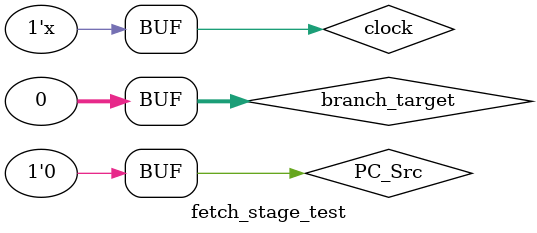
<source format=v>
`timescale 1ns / 1ps

module fetch_stage_test;

	// Inputs
	reg [31:0] branch_target;
	reg PC_Src;
	reg clock;

	// Outputs
	wire [31:0] instruction;
	wire [31:0] next_PC;
	wire hit;

	// Instantiate the Unit Under Test (UUT)
	fetch_stage uut (
		.branch_target(branch_target), 
		.PC_Src(PC_Src), 
		.clock(clock), 
		.instruction(instruction), 
		.next_PC(next_PC), 
		.hit(hit)
	);

	initial
		begin
			clock = 0;
			branch_target = 0;
			PC_Src = 1;
			#50
			PC_Src = 0;
		end

	always #25 clock = ~clock;

endmodule


</source>
